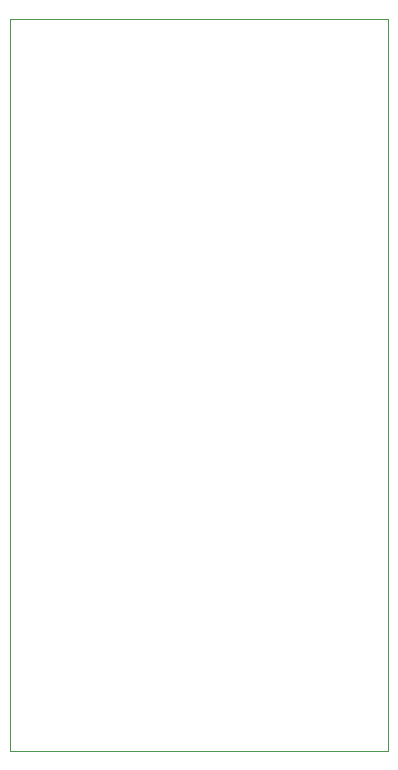
<source format=gm1>
G04 #@! TF.GenerationSoftware,KiCad,Pcbnew,(6.0.1)*
G04 #@! TF.CreationDate,2022-08-25T19:30:55-04:00*
G04 #@! TF.ProjectId,ITX-65C816,4954582d-3635-4433-9831-362e6b696361,2*
G04 #@! TF.SameCoordinates,Original*
G04 #@! TF.FileFunction,Profile,NP*
%FSLAX46Y46*%
G04 Gerber Fmt 4.6, Leading zero omitted, Abs format (unit mm)*
G04 Created by KiCad (PCBNEW (6.0.1)) date 2022-08-25 19:30:55*
%MOMM*%
%LPD*%
G01*
G04 APERTURE LIST*
G04 #@! TA.AperFunction,Profile*
%ADD10C,0.100000*%
G04 #@! TD*
G04 APERTURE END LIST*
D10*
X84000000Y-55000000D02*
X116000000Y-55000000D01*
X116000000Y-55000000D02*
X116000000Y-117000000D01*
X116000000Y-117000000D02*
X84000000Y-117000000D01*
X84000000Y-117000000D02*
X84000000Y-55000000D01*
M02*

</source>
